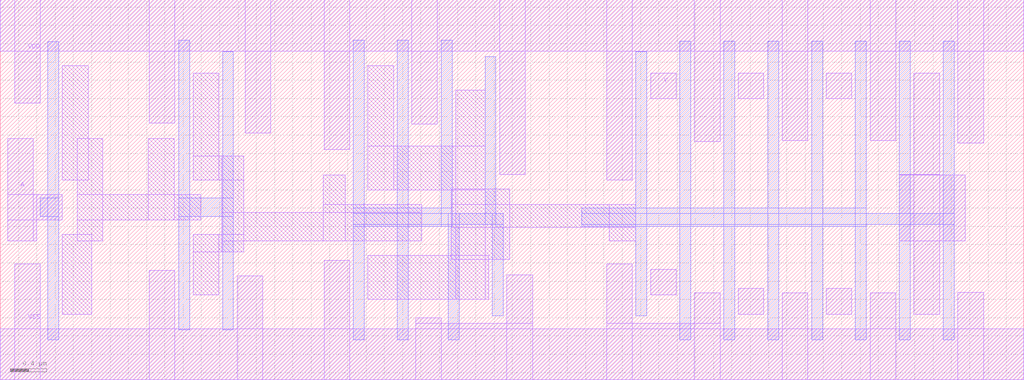
<source format=lef>

#******
# Preview export LEF
#
#	 Preview sub-version 5.10.41.500.3.58
#
# REF LIBS: lab3 
# TECH LIB NAME: cmrf8sf
# TECH FILE NAME: techfile.cds
#******

VERSION 5.5 ;

NAMESCASESENSITIVE ON ;

DIVIDERCHAR "/" ;
BUSBITCHARS "[]" ;

 USEMINSPACING OBS OFF  ;
UNITS
    DATABASE MICRONS 1000  ;
END UNITS

 MANUFACTURINGGRID    0.010000 ;

MACRO reset_driver
    CLASS BLOCK ;
    FOREIGN reset_driver 0 -0.28 ;
    ORIGIN 0.000 0.280 ;
    SIZE 11.190 BY 4.160 ;
    SYMMETRY X Y R90 ;
    PIN A
        DIRECTION INPUT ;
        PORT
        LAYER M1 ;
        RECT  0.080 1.470 0.680 1.750 ;
        RECT  0.080 1.240 0.400 1.750 ;
        RECT  0.080 1.240 0.360 2.360 ;
        END
    END A
    PIN Y
        DIRECTION OUTPUT ;
        PORT
        LAYER M1 ;
        RECT  9.830 1.240 10.550 1.960 ;
        RECT  9.990 0.440 10.270 3.080 ;
        RECT  9.830 1.240 10.270 1.970 ;
        RECT  9.030 0.440 9.310 0.720 ;
        RECT  9.030 2.800 9.310 3.080 ;
        RECT  8.070 0.440 8.350 0.720 ;
        RECT  8.070 2.800 8.350 3.080 ;
        RECT  7.110 0.650 7.390 0.930 ;
        RECT  7.110 2.800 7.390 3.080 ;
        END
    END Y
    PIN VSS
        DIRECTION INOUT ;
        USE GROUND ;
        PORT
        LAYER M1 ;
        RECT  0.000 -0.280 11.190 0.280 ;
        RECT  10.470 -0.280 10.750 0.680 ;
        RECT  9.510 -0.280 9.790 0.670 ;
        RECT  8.550 -0.280 8.830 0.670 ;
        RECT  7.590 -0.280 7.870 0.670 ;
        RECT  6.630 -0.280 7.870 0.340 ;
        RECT  6.630 -0.280 6.910 0.990 ;
        RECT  5.540 -0.280 5.820 0.870 ;
        RECT  4.540 -0.280 5.820 0.340 ;
        RECT  4.540 -0.280 4.820 0.400 ;
        RECT  3.540 -0.280 3.820 1.030 ;
        RECT  2.590 -0.280 2.870 0.860 ;
        RECT  1.630 -0.280 1.910 0.920 ;
        RECT  0.160 -0.280 0.440 0.990 ;
        END
    END VSS
    PIN VDD
        DIRECTION INOUT ;
        USE POWER ;
        PORT
        LAYER M1 ;
        RECT  0.000 3.320 11.190 3.880 ;
        RECT  10.470 2.310 10.750 3.880 ;
        RECT  9.510 2.340 9.790 3.880 ;
        RECT  8.550 2.340 8.830 3.880 ;
        RECT  7.590 2.330 7.870 3.880 ;
        RECT  6.630 1.910 6.910 3.880 ;
        RECT  5.460 1.970 5.740 3.880 ;
        RECT  4.500 2.520 4.780 3.880 ;
        RECT  3.540 2.240 3.820 3.880 ;
        RECT  2.680 2.420 2.960 3.880 ;
        RECT  1.630 2.530 1.910 3.880 ;
        RECT  0.160 2.750 0.440 3.880 ;
        END
    END VDD
    OBS
        LAYER PC ;
        RECT  0.440 1.510 0.640 1.710 ;
        RECT  0.520 0.160 0.640 3.420 ;
        RECT  1.950 1.510 2.550 1.710 ;
        RECT  2.430 0.270 2.550 3.310 ;
        RECT  1.950 0.270 2.070 3.440 ;
        RECT  4.900 0.160 5.020 1.540 ;
        RECT  5.380 0.420 5.500 1.540 ;
        RECT  3.860 1.420 5.500 1.540 ;
        RECT  3.860 1.400 4.940 1.600 ;
        RECT  5.300 1.420 5.420 3.260 ;
        RECT  3.860 0.160 3.980 3.440 ;
        RECT  4.340 0.160 4.460 3.440 ;
        RECT  4.820 1.400 4.940 3.440 ;
        RECT  6.360 1.420 10.430 1.540 ;
        RECT  6.360 1.400 9.470 1.600 ;
        RECT  6.950 0.420 7.070 3.310 ;
        RECT  7.430 0.160 7.550 3.430 ;
        RECT  7.910 0.160 8.030 3.430 ;
        RECT  8.390 0.160 8.510 3.430 ;
        RECT  8.870 0.160 8.990 3.430 ;
        RECT  9.350 0.160 9.470 3.430 ;
        RECT  9.830 0.160 9.950 3.430 ;
        RECT  10.310 0.160 10.430 3.430 ;
        LAYER M1 ;
        RECT  0.680 0.440 1.000 1.310 ;
        RECT  0.840 1.470 2.190 1.750 ;
        RECT  0.840 1.240 1.120 2.360 ;
        RECT  1.620 1.470 1.900 2.360 ;
        RECT  0.680 1.910 0.960 3.160 ;
        RECT  2.110 0.650 2.390 1.310 ;
        RECT  2.110 1.120 2.660 1.310 ;
        RECT  2.420 1.240 4.610 1.550 ;
        RECT  3.530 1.240 4.610 1.640 ;
        RECT  3.530 1.240 3.770 1.960 ;
        RECT  2.420 1.120 2.660 2.170 ;
        RECT  2.110 1.910 2.660 2.170 ;
        RECT  2.110 1.910 2.390 3.080 ;
        RECT  4.020 0.600 5.340 1.080 ;
        RECT  6.660 1.240 6.950 1.640 ;
        RECT  4.930 1.390 6.950 1.640 ;
        RECT  4.930 1.040 5.570 1.810 ;
        RECT  4.020 1.800 5.300 2.280 ;
        RECT  4.980 0.600 5.300 2.890 ;
        RECT  4.020 1.800 4.300 3.160 ;
    END
END reset_driver

END LIBRARY

</source>
